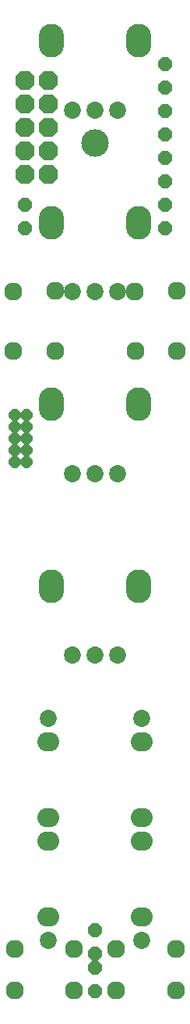
<source format=gbs>
G04 DipTrace 3.3.0.0*
G04 uPeaks.GBS*
%MOIN*%
G04 #@! TF.FileFunction,Soldermask,Bot*
G04 #@! TF.Part,Single*
%AMOUTLINE1*
4,1,8,
0.010362,-0.025016,
0.025016,-0.010362,
0.025016,0.010362,
0.010362,0.025016,
-0.010362,0.025016,
-0.025016,0.010362,
-0.025016,-0.010362,
-0.010362,-0.025016,
0.010362,-0.025016,
0*%
%AMOUTLINE4*
4,1,8,
-0.016989,0.041016,
-0.041016,0.016989,
-0.041016,-0.016989,
-0.016989,-0.041016,
0.016989,-0.041016,
0.041016,-0.016989,
0.041016,0.016989,
0.016989,0.041016,
-0.016989,0.041016,
0*%
%AMOUTLINE7*
4,1,8,
-0.012432,-0.030016,
-0.030016,-0.012432,
-0.030016,0.012432,
-0.012432,0.030016,
0.012432,0.030016,
0.030016,0.012432,
0.030016,-0.012432,
0.012432,-0.030016,
-0.012432,-0.030016,
0*%
%AMOUTLINE10*
4,1,8,
0.012432,0.030016,
0.030016,0.012432,
0.030016,-0.012432,
0.012432,-0.030016,
-0.012432,-0.030016,
-0.030016,-0.012432,
-0.030016,0.012432,
-0.012432,0.030016,
0.012432,0.030016,
0*%
%ADD46C,0.11811*%
%ADD56C,0.077031*%
%ADD58O,0.108031X0.143031*%
%ADD66C,0.073031*%
%ADD68O,0.093031X0.083031*%
%ADD96OUTLINE1*%
%ADD99OUTLINE4*%
%ADD102OUTLINE7*%
%ADD105OUTLINE10*%
%FSLAX26Y26*%
G04*
G70*
G90*
G75*
G01*
G04 BotMask*
%LPD*%
D68*
X991163Y1506200D3*
Y1181200D3*
D66*
Y1606200D3*
D68*
X591163Y1506200D3*
Y1181200D3*
D66*
Y1606200D3*
D68*
X991163Y757200D3*
Y1082200D3*
D66*
Y657200D3*
D68*
X591163Y757200D3*
Y1082200D3*
D66*
Y657200D3*
D96*
X447627Y2897224D3*
X497626D3*
X447627Y2847224D3*
X497626D3*
X447627Y2797224D3*
X497626D3*
X447627Y2747224D3*
X497626D3*
X447627Y2697224D3*
X497626D3*
D99*
X589848Y3925650D3*
X489848D3*
X589848Y4025650D3*
X489848D3*
X589848Y4125650D3*
X489848D3*
X589848Y4225650D3*
X489848D3*
X589848Y4325650D3*
X489848D3*
D102*
X491163Y3794199D3*
Y3694199D3*
X1091163Y4394199D3*
Y4294199D3*
Y4194199D3*
Y4094199D3*
Y3994199D3*
Y3894199D3*
Y3794199D3*
Y3694199D3*
D105*
X791163Y442058D3*
Y542058D3*
Y602860D3*
Y702860D3*
D66*
X889163Y4199200D3*
X791163Y4198924D3*
X693163Y4199200D3*
D58*
X604163Y4494200D3*
X978163D3*
D66*
X889163Y3424200D3*
X791163Y3423924D3*
X693163Y3424200D3*
D58*
X604163Y3719200D3*
X978163D3*
D66*
X889163Y2649200D3*
X791163Y2648924D3*
X693163Y2649200D3*
D58*
X604163Y2944200D3*
X978163D3*
D66*
X889163Y1874200D3*
X791163Y1873924D3*
X693163Y1874200D3*
D58*
X604163Y2169200D3*
X978163D3*
D56*
X442290Y3426306D3*
X619457Y3426598D3*
X619878Y3170693D3*
X442295Y3170352D3*
X1140035Y3170673D3*
X962869Y3170381D3*
X962448Y3426286D3*
X1140030Y3426627D3*
X1136424Y622308D3*
X1136717Y445142D3*
X880811Y444721D3*
X880470Y622303D3*
X702095Y621693D3*
X702387Y444526D3*
X446482Y444105D3*
X446140Y621688D3*
D46*
X791163Y4056700D3*
M02*

</source>
